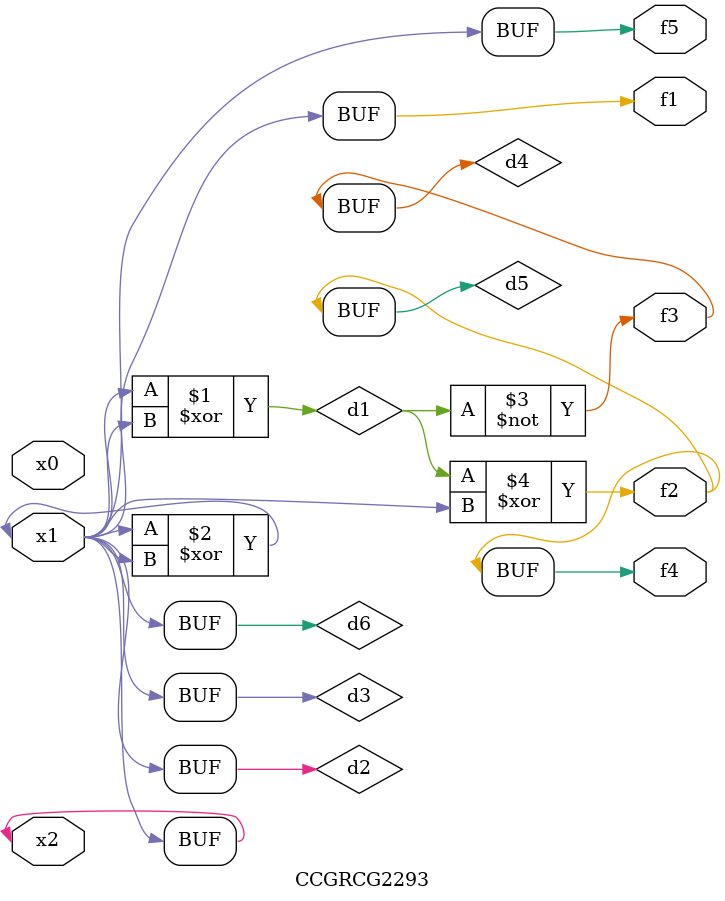
<source format=v>
module CCGRCG2293(
	input x0, x1, x2,
	output f1, f2, f3, f4, f5
);

	wire d1, d2, d3, d4, d5, d6;

	xor (d1, x1, x2);
	buf (d2, x1, x2);
	xor (d3, x1, x2);
	nor (d4, d1);
	xor (d5, d1, d2);
	buf (d6, d2, d3);
	assign f1 = d6;
	assign f2 = d5;
	assign f3 = d4;
	assign f4 = d5;
	assign f5 = d6;
endmodule

</source>
